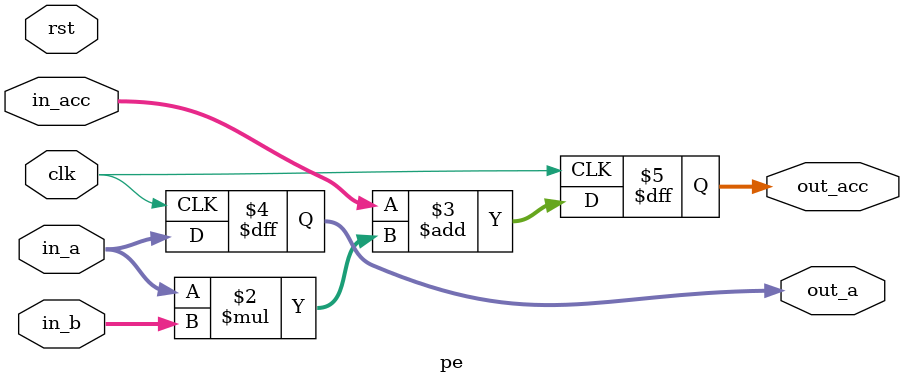
<source format=v>
`timescale 1ns / 1ps


module pe(
    clk,
    rst,
    in_a,
    in_b,
    in_acc,
    out_a,
    out_acc
    );
    input clk;
    input rst;
    input signed [7:0] in_a;
    input signed [7:0] in_b;
    input signed [7:0] in_acc;
    output reg signed [7:0] out_a;
    output reg signed [7:0] out_acc;
    
    always @(posedge clk)
    begin
        out_a <= in_a;
        out_acc <= in_acc + in_a * in_b; 
    end
endmodule

</source>
